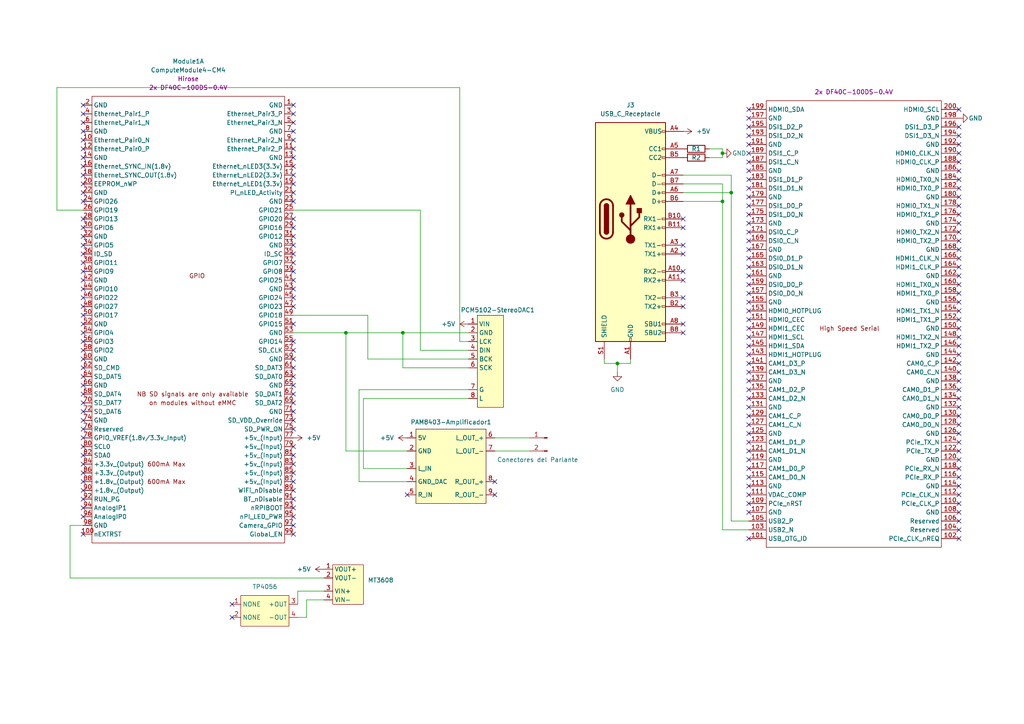
<source format=kicad_sch>
(kicad_sch (version 20250114) (generator "eeschema") (generator_version "9.0")
  (paper "A4")
  (lib_symbols
    (symbol "Connector:Conn_01x02_Pin" (pin_names (offset 1.016) (hide yes))
      (property "Value" "Conectores del Parlante" (at -1.016 2.54 0))
      (symbol "Conn_01x02_Pin_1_1"
        (rectangle (start -3.81 -3.683) (end -2.9464 -3.937) (stroke (width 0.1524)) (fill (type outline)))
        (rectangle (start -2.9464 0.127) (end -3.81 -0.127) (stroke (width 0.1524)) (fill (type outline)))
        (polyline (pts (xy -2.54 0) (xy -2.9464 0)) (stroke (width 0.1524)))
        (polyline (pts (xy -2.54 -3.81) (xy -2.9464 -3.81)) (stroke (width 0.1524)))
        (pin passive line (at 1.27 0 180) (length 3.81) (name "Pin_1") (number "2"))
        (pin passive line (at 1.27 -3.81 180) (length 3.81) (name "Pin_2") (number "1"))
      )
    )
    (symbol "Connector:USB_C_Receptacle" (pin_names (offset 1.016))
      (property "Reference" "J" (at -10.16 29.21 0))
      (property "Value" "USB_C_Receptacle" (at 10.16 29.21 0))
      (symbol "USB_C_Receptacle_0_0"
        (rectangle (start -0.254 -35.56) (end 0.254 -34.544))
        (rectangle (start 10.16 25.654) (end 9.144 25.146))
        (rectangle (start 10.16 20.574) (end 9.144 20.066))
        (rectangle (start 10.16 18.034) (end 9.144 17.526))
        (rectangle (start 10.16 12.954) (end 9.144 12.446))
        (rectangle (start 10.16 10.414) (end 9.144 9.906))
        (rectangle (start 10.16 7.874) (end 9.144 7.366))
        (rectangle (start 10.16 5.334) (end 9.144 4.826))
        (rectangle (start 10.16 0.254) (end 9.144 -0.254))
        (rectangle (start 10.16 -2.286) (end 9.144 -2.794))
        (rectangle (start 10.16 -7.366) (end 9.144 -7.874))
        (rectangle (start 10.16 -9.906) (end 9.144 -10.414))
        (rectangle (start 10.16 -14.986) (end 9.144 -15.494))
        (rectangle (start 10.16 -17.526) (end 9.144 -18.034))
        (rectangle (start 10.16 -22.606) (end 9.144 -23.114))
        (rectangle (start 10.16 -25.146) (end 9.144 -25.654))
        (rectangle (start 10.16 -30.226) (end 9.144 -30.734))
        (rectangle (start 10.16 -32.766) (end 9.144 -33.274))
      )
      (symbol "USB_C_Receptacle_0_1"
        (rectangle (start -10.16 27.94) (end 10.16 -35.56) (stroke (width 0.254)) (fill (type background)))
        (polyline (pts (xy -8.89 -3.81) (xy -8.89 3.81)) (stroke (width 0.508)))
        (rectangle (start -7.62 -3.81) (end -6.35 3.81) (stroke (width 0.254)) (fill (type outline)))
        (arc (start -7.62 3.81) (mid -6.985 4.4423) (end -6.35 3.81) (stroke (width 0.254)))
        (arc (start -7.62 3.81) (mid -6.985 4.4423) (end -6.35 3.81) (stroke (width 0.254)) (fill (type outline)))
        (arc (start -8.89 3.81) (mid -6.985 5.7067) (end -5.08 3.81) (stroke (width 0.508)))
        (arc (start -5.08 -3.81) (mid -6.985 -5.7067) (end -8.89 -3.81) (stroke (width 0.508)))
        (arc (start -6.35 -3.81) (mid -6.985 -4.4423) (end -7.62 -3.81) (stroke (width 0.254)))
        (arc (start -6.35 -3.81) (mid -6.985 -4.4423) (end -7.62 -3.81) (stroke (width 0.254)) (fill (type outline)))
        (polyline (pts (xy -5.08 3.81) (xy -5.08 -3.81)) (stroke (width 0.508)))
      )
      (symbol "USB_C_Receptacle_1_1"
        (circle (center -2.54 1.143) (radius 0.635) (stroke (width 0.254)) (fill (type outline)))
        (polyline (pts (xy -1.27 4.318) (xy 0 6.858) (xy 1.27 4.318) (xy -1.27 4.318)) (stroke (width 0.254)) (fill (type outline)))
        (polyline (pts (xy 0 -2.032) (xy 2.54 0.508) (xy 2.54 1.778)) (stroke (width 0.508)))
        (polyline (pts (xy 0 -3.302) (xy -2.54 -0.762) (xy -2.54 0.508)) (stroke (width 0.508)))
        (polyline (pts (xy 0 -5.842) (xy 0 4.318)) (stroke (width 0.508)))
        (circle (center 0 -5.842) (radius 1.27) (fill (type outline)))
        (rectangle (start 1.905 1.778) (end 3.175 3.048) (stroke (width 0.254)) (fill (type outline)))
        (pin passive line (at -7.62 -40.64 90) (length 5.08) (name "SHIELD") (number "S1"))
        (pin passive line (at 0 -40.64 90) (length 5.08) (name "GND") (number "A1"))
        (pin passive line (at 0 -40.64 90) (length 5.08) (hide yes) (name "GND") (number "A12"))
        (pin passive line (at 0 -40.64 90) (length 5.08) (hide yes) (name "GND") (number "B1"))
        (pin passive line (at 0 -40.64 90) (length 5.08) (hide yes) (name "GND") (number "B12"))
        (pin passive line (at 15.24 25.4 180) (length 5.08) (name "VBUS") (number "A4"))
        (pin passive line (at 15.24 25.4 180) (length 5.08) (hide yes) (name "VBUS") (number "A9"))
        (pin passive line (at 15.24 25.4 180) (length 5.08) (hide yes) (name "VBUS") (number "B4"))
        (pin passive line (at 15.24 25.4 180) (length 5.08) (hide yes) (name "VBUS") (number "B9"))
        (pin bidirectional line (at 15.24 20.32 180) (length 5.08) (name "CC1") (number "A5"))
        (pin bidirectional line (at 15.24 17.78 180) (length 5.08) (name "CC2") (number "B5"))
        (pin bidirectional line (at 15.24 12.7 180) (length 5.08) (name "D-") (number "A7"))
        (pin bidirectional line (at 15.24 10.16 180) (length 5.08) (name "D-") (number "B7"))
        (pin bidirectional line (at 15.24 7.62 180) (length 5.08) (name "D+") (number "A6"))
        (pin bidirectional line (at 15.24 5.08 180) (length 5.08) (name "D+") (number "B6"))
        (pin bidirectional line (at 15.24 0 180) (length 5.08) (name "RX1-") (number "B10"))
        (pin bidirectional line (at 15.24 -2.54 180) (length 5.08) (name "RX1+") (number "B11"))
        (pin bidirectional line (at 15.24 -7.62 180) (length 5.08) (name "TX1-") (number "A3"))
        (pin bidirectional line (at 15.24 -10.16 180) (length 5.08) (name "TX1+") (number "A2"))
        (pin bidirectional line (at 15.24 -15.24 180) (length 5.08) (name "RX2-") (number "A10"))
        (pin bidirectional line (at 15.24 -17.78 180) (length 5.08) (name "RX2+") (number "A11"))
        (pin bidirectional line (at 15.24 -22.86 180) (length 5.08) (name "TX2-") (number "B3"))
        (pin bidirectional line (at 15.24 -25.4 180) (length 5.08) (name "TX2+") (number "B2"))
        (pin bidirectional line (at 15.24 -30.48 180) (length 5.08) (name "SBU1") (number "A8"))
        (pin bidirectional line (at 15.24 -33.02 180) (length 5.08) (name "SBU2") (number "B8"))
      )
    )
    (symbol "Device:R" (pin_numbers (hide yes)) (pin_names (offset 0))
      (property "Reference" "R" (at 2.032 0 90))
      (property "Value" "R" (at 0 0 90))
      (symbol "R_0_1"
        (rectangle (start -1.016 -2.54) (end 1.016 2.54) (stroke (width 0.254)))
      )
      (symbol "R_1_1"
        (pin passive line (at 0 3.81 270) (length 1.27) (name "~") (number "1"))
        (pin passive line (at 0 -3.81 90) (length 1.27) (name "~") (number "2"))
      )
    )
    (symbol "MT3608-Step_Up:MT3608"
      (property "Reference" "MT3608" (at 6.35 -6.9849 0))
      (symbol "MT3608_1_1"
        (rectangle (start -3.81 -2.54) (end 5.08 -13.97) (fill (type background)))
        (pin power_out line (at -6.35 -3.81 0) (length 2.54) (name "VOUT+") (number "1"))
        (pin power_out line (at -6.35 -6.35 0) (length 2.54) (name "VOUT-") (number "2"))
        (pin power_in line (at -6.35 -10.16 0) (length 2.54) (name "VIN+") (number "3"))
        (pin power_in line (at -6.35 -12.7 0) (length 2.54) (name "VIN-") (number "4"))
      )
    )
    (symbol "PAM8403:PAM8403_Amplifier"
      (property "Reference" "AMPL" (at -45.72 42.672 0))
      (symbol "PAM8403_Amplifier_1_1"
        (rectangle (start -55.88 40.64) (end -35.56 19.05) (stroke (width 0) (color 82 0 0 1)) (fill (type background)))
        (pin power_in line (at -58.42 38.1 0) (length 2.54) (name "5V") (number "1"))
        (pin power_in line (at -58.42 34.29 0) (length 2.54) (name "GND") (number "2"))
        (pin input line (at -58.42 29.21 0) (length 2.54) (name "L_IN") (number "3"))
        (pin power_in line (at -58.42 25.4 0) (length 2.54) (name "GND_DAC") (number "4"))
        (pin input line (at -58.42 21.59 0) (length 2.54) (name "R_IN") (number "5"))
        (pin output line (at -33.02 38.1 180) (length 2.54) (name "L_OUT_+") (number "6"))
        (pin output line (at -33.02 34.29 180) (length 2.54) (name "L_OUT_-") (number "7"))
        (pin output line (at -33.02 25.4 180) (length 2.54) (name "R_OUT_+") (number "8"))
        (pin output line (at -33.02 21.59 180) (length 2.54) (name "R_OUT_-") (number "9"))
      )
    )
    (symbol "PCM5102:PCM5102_DAC"
      (property "Reference" "PCM5102-StereoDAC1" (at 28.194 -9.906 0))
      (symbol "PCM5102_DAC_1_1"
        (rectangle (start 33.02 -11.43) (end 40.64 -38.1) (stroke (width 0) (color 92 7 9 1)) (fill (type background)))
        (pin power_in line (at 30.48 -13.97 0) (length 2.54) (name "VIN") (number "1"))
        (pin power_in line (at 30.48 -16.51 0) (length 2.54) (name "GND") (number "2"))
        (pin input line (at 30.48 -19.05 0) (length 2.54) (name "LCK") (number "3"))
        (pin input line (at 30.48 -21.59 0) (length 2.54) (name "DIN") (number "4"))
        (pin input line (at 30.48 -24.13 0) (length 2.54) (name "BCK") (number "5"))
        (pin input line (at 30.48 -26.67 0) (length 2.54) (name "SCK") (number "6"))
        (pin input line (at 30.48 -33.02 0) (length 2.54) (name "G") (number "7"))
        (pin input line (at 30.48 -35.56 0) (length 2.54) (name "L") (number "8"))
      )
    )
    (symbol "Raspberry Compute Modele 4:ComputeModule4-CM4"
      (property "Reference" "Module" (at 113.03 -68.58 0))
      (property "Value" "ComputeModule4-CM4" (at 140.97 2.54 0))
      (property "Field4" "Hirose" (at 0 0 0))
      (property "Field5" "2x DF40C-100DS-0.4V" (at 0 -2.54 0))
      (symbol "ComputeModule4-CM4_1_0"
        (text "GPIO" (at 0 6.35 0) (effects (font (size 1.27 1.27))))
      )
      (symbol "ComputeModule4-CM4_1_1"
        (rectangle (start -30.48 -71.12) (end 25.4 58.42))
        (text "600mA Max" (at -8.89 -48.26 0) (effects (font (size 1.27 1.27))))
        (text "600mA Max" (at -8.89 -53.34 0) (effects (font (size 1.27 1.27))))
        (text "NB SD signals are only available" (at -1.27 -27.94 0) (effects (font (size 1.27 1.27))))
        (text "on modules without eMMC" (at -1.27 -30.48 0) (effects (font (size 1.27 1.27))))
        (pin power_in line (at -33.02 55.88 0) (length 2.54) (name "GND") (number "2"))
        (pin passive line (at -33.02 53.34 0) (length 2.54) (name "Ethernet_Pair1_P") (number "4"))
        (pin passive line (at -33.02 50.8 0) (length 2.54) (name "Ethernet_Pair1_N") (number "6"))
        (pin power_in line (at -33.02 48.26 0) (length 2.54) (name "GND") (number "8"))
        (pin passive line (at -33.02 45.72 0) (length 2.54) (name "Ethernet_Pair0_N") (number "10"))
        (pin passive line (at -33.02 43.18 0) (length 2.54) (name "Ethernet_Pair0_P") (number "12"))
        (pin power_in line (at -33.02 40.64 0) (length 2.54) (name "GND") (number "14"))
        (pin input line (at -33.02 38.1 0) (length 2.54) (name "Ethernet_SYNC_IN(1.8v)") (number "16"))
        (pin input line (at -33.02 35.56 0) (length 2.54) (name "Ethernet_SYNC_OUT(1.8v)") (number "18"))
        (pin passive line (at -33.02 33.02 0) (length 2.54) (name "EEPROM_nWP") (number "20"))
        (pin power_in line (at -33.02 30.48 0) (length 2.54) (name "GND") (number "22"))
        (pin passive line (at -33.02 27.94 0) (length 2.54) (name "GPIO26") (number "24"))
        (pin passive line (at -33.02 25.4 0) (length 2.54) (name "GPIO19") (number "26"))
        (pin passive line (at -33.02 22.86 0) (length 2.54) (name "GPIO13") (number "28"))
        (pin passive line (at -33.02 20.32 0) (length 2.54) (name "GPIO6") (number "30"))
        (pin power_in line (at -33.02 17.78 0) (length 2.54) (name "GND") (number "32"))
        (pin passive line (at -33.02 15.24 0) (length 2.54) (name "GPIO5") (number "34"))
        (pin passive line (at -33.02 12.7 0) (length 2.54) (name "ID_SD") (number "36"))
        (pin passive line (at -33.02 10.16 0) (length 2.54) (name "GPIO11") (number "38"))
        (pin passive line (at -33.02 7.62 0) (length 2.54) (name "GPIO9") (number "40"))
        (pin power_in line (at -33.02 5.08 0) (length 2.54) (name "GND") (number "42"))
        (pin passive line (at -33.02 2.54 0) (length 2.54) (name "GPIO10") (number "44"))
        (pin passive line (at -33.02 0 0) (length 2.54) (name "GPIO22") (number "46"))
        (pin passive line (at -33.02 -2.54 0) (length 2.54) (name "GPIO27") (number "48"))
        (pin passive line (at -33.02 -5.08 0) (length 2.54) (name "GPIO17") (number "50"))
        (pin power_in line (at -33.02 -7.62 0) (length 2.54) (name "GND") (number "52"))
        (pin passive line (at -33.02 -10.16 0) (length 2.54) (name "GPIO4") (number "54"))
        (pin passive line (at -33.02 -12.7 0) (length 2.54) (name "GPIO3") (number "56"))
        (pin passive line (at -33.02 -15.24 0) (length 2.54) (name "GPIO2") (number "58"))
        (pin power_in line (at -33.02 -17.78 0) (length 2.54) (name "GND") (number "60"))
        (pin passive line (at -33.02 -20.32 0) (length 2.54) (name "SD_CMD") (number "62"))
        (pin passive line (at -33.02 -22.86 0) (length 2.54) (name "SD_DAT5") (number "64"))
        (pin power_in line (at -33.02 -25.4 0) (length 2.54) (name "GND") (number "66"))
        (pin passive line (at -33.02 -27.94 0) (length 2.54) (name "SD_DAT4") (number "68"))
        (pin passive line (at -33.02 -30.48 0) (length 2.54) (name "SD_DAT7") (number "70"))
        (pin passive line (at -33.02 -33.02 0) (length 2.54) (name "SD_DAT6") (number "72"))
        (pin power_in line (at -33.02 -35.56 0) (length 2.54) (name "GND") (number "74"))
        (pin passive line (at -33.02 -38.1 0) (length 2.54) (name "Reserved") (number "76"))
        (pin power_in line (at -33.02 -40.64 0) (length 2.54) (name "GPIO_VREF(1.8v/3.3v_Input)") (number "78"))
        (pin passive line (at -33.02 -43.18 0) (length 2.54) (name "SCL0") (number "80"))
        (pin passive line (at -33.02 -45.72 0) (length 2.54) (name "SDA0") (number "82"))
        (pin power_out line (at -33.02 -48.26 0) (length 2.54) (name "+3.3v_(Output)") (number "84"))
        (pin power_out line (at -33.02 -50.8 0) (length 2.54) (name "+3.3v_(Output)") (number "86"))
        (pin power_out line (at -33.02 -53.34 0) (length 2.54) (name "+1.8v_(Output)") (number "88"))
        (pin power_out line (at -33.02 -55.88 0) (length 2.54) (name "+1.8v_(Output)") (number "90"))
        (pin passive line (at -33.02 -58.42 0) (length 2.54) (name "RUN_PG") (number "92"))
        (pin passive line (at -33.02 -60.96 0) (length 2.54) (name "AnalogIP1") (number "94"))
        (pin passive line (at -33.02 -63.5 0) (length 2.54) (name "AnalogIP0") (number "96"))
        (pin power_in line (at -33.02 -66.04 0) (length 2.54) (name "GND") (number "98"))
        (pin output line (at -33.02 -68.58 0) (length 2.54) (name "nEXTRST") (number "100"))
        (pin power_in line (at 27.94 55.88 180) (length 2.54) (name "GND") (number "1"))
        (pin passive line (at 27.94 53.34 180) (length 2.54) (name "Ethernet_Pair3_P") (number "3"))
        (pin passive line (at 27.94 50.8 180) (length 2.54) (name "Ethernet_Pair3_N") (number "5"))
        (pin power_in line (at 27.94 48.26 180) (length 2.54) (name "GND") (number "7"))
        (pin passive line (at 27.94 45.72 180) (length 2.54) (name "Ethernet_Pair2_N") (number "9"))
        (pin passive line (at 27.94 43.18 180) (length 2.54) (name "Ethernet_Pair2_P") (number "11"))
        (pin power_in line (at 27.94 40.64 180) (length 2.54) (name "GND") (number "13"))
        (pin output line (at 27.94 38.1 180) (length 2.54) (name "Ethernet_nLED3(3.3v)") (number "15"))
        (pin output line (at 27.94 35.56 180) (length 2.54) (name "Ethernet_nLED2(3.3v)") (number "17"))
        (pin output line (at 27.94 33.02 180) (length 2.54) (name "Ethernet_nLED1(3.3v)") (number "19"))
        (pin open_collector line (at 27.94 30.48 180) (length 2.54) (name "PI_nLED_Activity") (number "21"))
        (pin power_in line (at 27.94 27.94 180) (length 2.54) (name "GND") (number "23"))
        (pin passive line (at 27.94 25.4 180) (length 2.54) (name "GPIO21") (number "25"))
        (pin passive line (at 27.94 22.86 180) (length 2.54) (name "GPIO20") (number "27"))
        (pin passive line (at 27.94 20.32 180) (length 2.54) (name "GPIO16") (number "29"))
        (pin passive line (at 27.94 17.78 180) (length 2.54) (name "GPIO12") (number "31"))
        (pin power_in line (at 27.94 15.24 180) (length 2.54) (name "GND") (number "33"))
        (pin passive line (at 27.94 12.7 180) (length 2.54) (name "ID_SC") (number "35"))
        (pin passive line (at 27.94 10.16 180) (length 2.54) (name "GPIO7") (number "37"))
        (pin passive line (at 27.94 7.62 180) (length 2.54) (name "GPIO8") (number "39"))
        (pin passive line (at 27.94 5.08 180) (length 2.54) (name "GPIO25") (number "41"))
        (pin power_in line (at 27.94 2.54 180) (length 2.54) (name "GND") (number "43"))
        (pin passive line (at 27.94 0 180) (length 2.54) (name "GPIO24") (number "45"))
        (pin passive line (at 27.94 -2.54 180) (length 2.54) (name "GPIO23") (number "47"))
        (pin passive line (at 27.94 -5.08 180) (length 2.54) (name "GPIO18") (number "49"))
        (pin passive line (at 27.94 -7.62 180) (length 2.54) (name "GPIO15") (number "51"))
        (pin power_in line (at 27.94 -10.16 180) (length 2.54) (name "GND") (number "53"))
        (pin passive line (at 27.94 -12.7 180) (length 2.54) (name "GPIO14") (number "55"))
        (pin passive line (at 27.94 -15.24 180) (length 2.54) (name "SD_CLK") (number "57"))
        (pin power_in line (at 27.94 -17.78 180) (length 2.54) (name "GND") (number "59"))
        (pin passive line (at 27.94 -20.32 180) (length 2.54) (name "SD_DAT3") (number "61"))
        (pin passive line (at 27.94 -22.86 180) (length 2.54) (name "SD_DAT0") (number "63"))
        (pin power_in line (at 27.94 -25.4 180) (length 2.54) (name "GND") (number "65"))
        (pin passive line (at 27.94 -27.94 180) (length 2.54) (name "SD_DAT1") (number "67"))
        (pin passive line (at 27.94 -30.48 180) (length 2.54) (name "SD_DAT2") (number "69"))
        (pin power_in line (at 27.94 -33.02 180) (length 2.54) (name "GND") (number "71"))
        (pin input line (at 27.94 -35.56 180) (length 2.54) (name "SD_VDD_Override") (number "73"))
        (pin output line (at 27.94 -38.1 180) (length 2.54) (name "SD_PWR_ON") (number "75"))
        (pin power_in line (at 27.94 -40.64 180) (length 2.54) (name "+5v_(Input)") (number "77"))
        (pin power_in line (at 27.94 -43.18 180) (length 2.54) (name "+5v_(Input)") (number "79"))
        (pin power_in line (at 27.94 -45.72 180) (length 2.54) (name "+5v_(Input)") (number "81"))
        (pin power_in line (at 27.94 -48.26 180) (length 2.54) (name "+5v_(Input)") (number "83"))
        (pin power_in line (at 27.94 -50.8 180) (length 2.54) (name "+5v_(Input)") (number "85"))
        (pin power_in line (at 27.94 -53.34 180) (length 2.54) (name "+5v_(Input)") (number "87"))
        (pin power_in line (at 27.94 -55.88 180) (length 2.54) (name "WiFi_nDisable") (number "89"))
        (pin power_in line (at 27.94 -58.42 180) (length 2.54) (name "BT_nDisable") (number "91"))
        (pin input line (at 27.94 -60.96 180) (length 2.54) (name "nRPIBOOT") (number "93"))
        (pin output line (at 27.94 -63.5 180) (length 2.54) (name "nPI_LED_PWR") (number "95"))
        (pin passive line (at 27.94 -66.04 180) (length 2.54) (name "Camera_GPIO") (number "97"))
        (pin input line (at 27.94 -68.58 180) (length 2.54) (name "Global_EN") (number "99"))
      )
      (symbol "ComputeModule4-CM4_2_1"
        (rectangle (start 114.3 -66.04) (end 165.1 63.5))
        (text "High Speed Serial" (at 140.97 0 0) (effects (font (size 1.27 1.27))))
        (pin input line (at 109.22 60.96 0) (length 5.08) (name "PCIe_CLK_nREQ") (number "102"))
        (pin passive line (at 109.22 58.42 0) (length 5.08) (name "Reserved") (number "104"))
        (pin passive line (at 109.22 55.88 0) (length 5.08) (name "Reserved") (number "106"))
        (pin power_in line (at 109.22 53.34 0) (length 5.08) (name "GND") (number "108"))
        (pin output line (at 109.22 50.8 0) (length 5.08) (name "PCIe_CLK_P") (number "110"))
        (pin output line (at 109.22 48.26 0) (length 5.08) (name "PCIe_CLK_N") (number "112"))
        (pin power_in line (at 109.22 45.72 0) (length 5.08) (name "GND") (number "114"))
        (pin input line (at 109.22 43.18 0) (length 5.08) (name "PCIe_RX_P") (number "116"))
        (pin input line (at 109.22 40.64 0) (length 5.08) (name "PCIe_RX_N") (number "118"))
        (pin power_in line (at 109.22 38.1 0) (length 5.08) (name "GND") (number "120"))
        (pin output line (at 109.22 35.56 0) (length 5.08) (name "PCIe_TX_P") (number "122"))
        (pin output line (at 109.22 33.02 0) (length 5.08) (name "PCIe_TX_N") (number "124"))
        (pin power_in line (at 109.22 30.48 0) (length 5.08) (name "GND") (number "126"))
        (pin input line (at 109.22 27.94 0) (length 5.08) (name "CAM0_D0_N") (number "128"))
        (pin input line (at 109.22 25.4 0) (length 5.08) (name "CAM0_D0_P") (number "130"))
        (pin power_in line (at 109.22 22.86 0) (length 5.08) (name "GND") (number "132"))
        (pin input line (at 109.22 20.32 0) (length 5.08) (name "CAM0_D1_N") (number "134"))
        (pin input line (at 109.22 17.78 0) (length 5.08) (name "CAM0_D1_P") (number "136"))
        (pin power_in line (at 109.22 15.24 0) (length 5.08) (name "GND") (number "138"))
        (pin input line (at 109.22 12.7 0) (length 5.08) (name "CAM0_C_N") (number "140"))
        (pin input line (at 109.22 10.16 0) (length 5.08) (name "CAM0_C_P") (number "142"))
        (pin power_in line (at 109.22 7.62 0) (length 5.08) (name "GND") (number "144"))
        (pin output line (at 109.22 5.08 0) (length 5.08) (name "HDMI1_TX2_P") (number "146"))
        (pin output line (at 109.22 2.54 0) (length 5.08) (name "HDMI1_TX2_N") (number "148"))
        (pin power_in line (at 109.22 0 0) (length 5.08) (name "GND") (number "150"))
        (pin output line (at 109.22 -2.54 0) (length 5.08) (name "HDMI1_TX1_P") (number "152"))
        (pin output line (at 109.22 -5.08 0) (length 5.08) (name "HDMI1_TX1_N") (number "154"))
        (pin power_in line (at 109.22 -7.62 0) (length 5.08) (name "GND") (number "156"))
        (pin output line (at 109.22 -10.16 0) (length 5.08) (name "HDMI1_TX0_P") (number "158"))
        (pin output line (at 109.22 -12.7 0) (length 5.08) (name "HDMI1_TX0_N") (number "160"))
        (pin power_in line (at 109.22 -15.24 0) (length 5.08) (name "GND") (number "162"))
        (pin output line (at 109.22 -17.78 0) (length 5.08) (name "HDMI1_CLK_P") (number "164"))
        (pin output line (at 109.22 -20.32 0) (length 5.08) (name "HDMI1_CLK_N") (number "166"))
        (pin power_in line (at 109.22 -22.86 0) (length 5.08) (name "GND") (number "168"))
        (pin output line (at 109.22 -25.4 0) (length 5.08) (name "HDMI0_TX2_P") (number "170"))
        (pin output line (at 109.22 -27.94 0) (length 5.08) (name "HDMI0_TX2_N") (number "172"))
        (pin power_in line (at 109.22 -30.48 0) (length 5.08) (name "GND") (number "174"))
        (pin output line (at 109.22 -33.02 0) (length 5.08) (name "HDMI0_TX1_P") (number "176"))
        (pin output line (at 109.22 -35.56 0) (length 5.08) (name "HDMI0_TX1_N") (number "178"))
        (pin power_in line (at 109.22 -38.1 0) (length 5.08) (name "GND") (number "180"))
        (pin output line (at 109.22 -40.64 0) (length 5.08) (name "HDMI0_TX0_P") (number "182"))
        (pin output line (at 109.22 -43.18 0) (length 5.08) (name "HDMI0_TX0_N") (number "184"))
        (pin power_in line (at 109.22 -45.72 0) (length 5.08) (name "GND") (number "186"))
        (pin output line (at 109.22 -48.26 0) (length 5.08) (name "HDMI0_CLK_P") (number "188"))
        (pin output line (at 109.22 -50.8 0) (length 5.08) (name "HDMI0_CLK_N") (number "190"))
        (pin power_in line (at 109.22 -53.34 0) (length 5.08) (name "GND") (number "192"))
        (pin output line (at 109.22 -55.88 0) (length 5.08) (name "DSI1_D3_N") (number "194"))
        (pin output line (at 109.22 -58.42 0) (length 5.08) (name "DSI1_D3_P") (number "196"))
        (pin power_in line (at 109.22 -60.96 0) (length 5.08) (name "GND") (number "198"))
        (pin open_collector line (at 109.22 -63.5 0) (length 5.08) (name "HDMI0_SCL") (number "200"))
        (pin input line (at 170.18 60.96 180) (length 5.08) (name "USB_OTG_ID") (number "101"))
        (pin passive line (at 170.18 58.42 180) (length 5.08) (name "USB2_N") (number "103"))
        (pin passive line (at 170.18 55.88 180) (length 5.08) (name "USB2_P") (number "105"))
        (pin power_in line (at 170.18 53.34 180) (length 5.08) (name "GND") (number "107"))
        (pin bidirectional line (at 170.18 50.8 180) (length 5.08) (name "PCIe_nRST") (number "109"))
        (pin passive line (at 170.18 48.26 180) (length 5.08) (name "VDAC_COMP") (number "111"))
        (pin power_in line (at 170.18 45.72 180) (length 5.08) (name "GND") (number "113"))
        (pin input line (at 170.18 43.18 180) (length 5.08) (name "CAM1_D0_N") (number "115"))
        (pin input line (at 170.18 40.64 180) (length 5.08) (name "CAM1_D0_P") (number "117"))
        (pin power_in line (at 170.18 38.1 180) (length 5.08) (name "GND") (number "119"))
        (pin input line (at 170.18 35.56 180) (length 5.08) (name "CAM1_D1_N") (number "121"))
        (pin input line (at 170.18 33.02 180) (length 5.08) (name "CAM1_D1_P") (number "123"))
        (pin power_in line (at 170.18 30.48 180) (length 5.08) (name "GND") (number "125"))
        (pin input line (at 170.18 27.94 180) (length 5.08) (name "CAM1_C_N") (number "127"))
        (pin input line (at 170.18 25.4 180) (length 5.08) (name "CAM1_C_P") (number "129"))
        (pin power_in line (at 170.18 22.86 180) (length 5.08) (name "GND") (number "131"))
        (pin input line (at 170.18 20.32 180) (length 5.08) (name "CAM1_D2_N") (number "133"))
        (pin input line (at 170.18 17.78 180) (length 5.08) (name "CAM1_D2_P") (number "135"))
        (pin power_in line (at 170.18 15.24 180) (length 5.08) (name "GND") (number "137"))
        (pin input line (at 170.18 12.7 180) (length 5.08) (name "CAM1_D3_N") (number "139"))
        (pin input line (at 170.18 10.16 180) (length 5.08) (name "CAM1_D3_P") (number "141"))
        (pin input line (at 170.18 7.62 180) (length 5.08) (name "HDMI1_HOTPLUG") (number "143"))
        (pin bidirectional line (at 170.18 5.08 180) (length 5.08) (name "HDMI1_SDA") (number "145"))
        (pin open_collector line (at 170.18 2.54 180) (length 5.08) (name "HDMI1_SCL") (number "147"))
        (pin open_collector line (at 170.18 0 180) (length 5.08) (name "HDMI1_CEC") (number "149"))
        (pin open_collector line (at 170.18 -2.54 180) (length 5.08) (name "HDMI0_CEC") (number "151"))
        (pin input line (at 170.18 -5.08 180) (length 5.08) (name "HDMI0_HOTPLUG") (number "153"))
        (pin power_in line (at 170.18 -7.62 180) (length 5.08) (name "GND") (number "155"))
        (pin output line (at 170.18 -10.16 180) (length 5.08) (name "DSI0_D0_N") (number "157"))
        (pin output line (at 170.18 -12.7 180) (length 5.08) (name "DSI0_D0_P") (number "159"))
        (pin power_in line (at 170.18 -15.24 180) (length 5.08) (name "GND") (number "161"))
        (pin output line (at 170.18 -17.78 180) (length 5.08) (name "DSI0_D1_N") (number "163"))
        (pin output line (at 170.18 -20.32 180) (length 5.08) (name "DSI0_D1_P") (number "165"))
        (pin power_in line (at 170.18 -22.86 180) (length 5.08) (name "GND") (number "167"))
        (pin output line (at 170.18 -25.4 180) (length 5.08) (name "DSI0_C_N") (number "169"))
        (pin output line (at 170.18 -27.94 180) (length 5.08) (name "DSI0_C_P") (number "171"))
        (pin power_in line (at 170.18 -30.48 180) (length 5.08) (name "GND") (number "173"))
        (pin output line (at 170.18 -33.02 180) (length 5.08) (name "DSI1_D0_N") (number "175"))
        (pin output line (at 170.18 -35.56 180) (length 5.08) (name "DSI1_D0_P") (number "177"))
        (pin power_in line (at 170.18 -38.1 180) (length 5.08) (name "GND") (number "179"))
        (pin output line (at 170.18 -40.64 180) (length 5.08) (name "DSI1_D1_N") (number "181"))
        (pin output line (at 170.18 -43.18 180) (length 5.08) (name "DSI1_D1_P") (number "183"))
        (pin power_in line (at 170.18 -45.72 180) (length 5.08) (name "GND") (number "185"))
        (pin output line (at 170.18 -48.26 180) (length 5.08) (name "DSI1_C_N") (number "187"))
        (pin output line (at 170.18 -50.8 180) (length 5.08) (name "DSI1_C_P") (number "189"))
        (pin power_in line (at 170.18 -53.34 180) (length 5.08) (name "GND") (number "191"))
        (pin output line (at 170.18 -55.88 180) (length 5.08) (name "DSI1_D2_N") (number "193"))
        (pin output line (at 170.18 -58.42 180) (length 5.08) (name "DSI1_D2_P") (number "195"))
        (pin power_in line (at 170.18 -60.96 180) (length 5.08) (name "GND") (number "197"))
        (pin bidirectional line (at 170.18 -63.5 180) (length 5.08) (name "HDMI0_SDA") (number "199"))
      )
    )
    (symbol "TP4056:TP4056"
      (property "Value" "TP4056" (at 1.905 -11.43 0))
      (symbol "TP4056_1_1"
        (rectangle (start -5.08 0) (end 8.89 -8.89) (fill (type color) (color 255 255 194 1)))
        (pin power_out line (at -7.62 -2.54 0) (length 2.54) (name "-OUT") (number "4"))
        (pin power_out line (at -7.62 -6.35 0) (length 2.54) (name "+OUT") (number "3"))
        (pin input line (at 11.43 -2.54 180) (length 2.54) (name "NONE") (number "2"))
        (pin input line (at 11.43 -6.35 180) (length 2.54) (name "NONE") (number "1"))
      )
    )
    (symbol "power:+5V" (power) (pin_numbers (hide yes)) (pin_names (offset 0) (hide yes))
      (property "Value" "+5V" (at 0 3.556 0))
      (symbol "+5V_0_1"
        (polyline (pts (xy -0.762 1.27) (xy 0 2.54)))
        (polyline (pts (xy 0 2.54) (xy 0.762 1.27)))
        (polyline (pts (xy 0 0) (xy 0 2.54)))
      )
      (symbol "+5V_1_1"
        (pin power_in line (at 0 0 90) (length 0) (name "~") (number "1"))
      )
    )
    (symbol "power:GND" (power) (pin_numbers (hide yes)) (pin_names (offset 0) (hide yes))
      (property "Value" "GND" (at 0 -3.81 0))
      (symbol "GND_0_1"
        (polyline (pts (xy 0 0) (xy 0 -1.27) (xy 1.27 -1.27) (xy 0 -2.54) (xy -1.27 -1.27) (xy 0 -1.27)))
      )
      (symbol "GND_1_1"
        (pin power_in line (at 0 0 270) (length 0) (name "~") (number "1"))
      )
    )
  )
  (junction (at 209.55 58.42))
  (junction (at 100.33 96.52))
  (junction (at 179.07 105.41))
  (junction (at 116.84 96.52))
  (junction (at 212.09 55.88))
  (junction (at 209.55 44.45))
  (no_connect (at 198.12 78.74))
  (no_connect (at 24.13 104.14))
  (no_connect (at 24.13 55.88))
  (no_connect (at 278.13 140.97))
  (no_connect (at 217.17 31.75))
  (no_connect (at 278.13 31.75))
  (no_connect (at 85.09 142.24))
  (no_connect (at 85.09 139.7))
  (no_connect (at 278.13 85.09))
  (no_connect (at 217.17 34.29))
  (no_connect (at 278.13 153.67))
  (no_connect (at 85.09 55.88))
  (no_connect (at 85.09 152.4))
  (no_connect (at 24.13 50.8))
  (no_connect (at 85.09 78.74))
  (no_connect (at 217.17 125.73))
  (no_connect (at 278.13 69.85))
  (no_connect (at 85.09 50.8))
  (no_connect (at 278.13 54.61))
  (no_connect (at 278.13 138.43))
  (no_connect (at 278.13 120.65))
  (no_connect (at 217.17 143.51))
  (no_connect (at 24.13 129.54))
  (no_connect (at 24.13 71.12))
  (no_connect (at 85.09 86.36))
  (no_connect (at 24.13 154.94))
  (no_connect (at 85.09 40.64))
  (no_connect (at 85.09 147.32))
  (no_connect (at 278.13 146.05))
  (no_connect (at 85.09 83.82))
  (no_connect (at 85.09 134.62))
  (no_connect (at 85.09 33.02))
  (no_connect (at 85.09 48.26))
  (no_connect (at 217.17 120.65))
  (no_connect (at 278.13 80.01))
  (no_connect (at 143.51 143.51))
  (no_connect (at 85.09 121.92))
  (no_connect (at 217.17 135.89))
  (no_connect (at 278.13 72.39))
  (no_connect (at 278.13 64.77))
  (no_connect (at 278.13 123.19))
  (no_connect (at 217.17 92.71))
  (no_connect (at 24.13 134.62))
  (no_connect (at 24.13 53.34))
  (no_connect (at 217.17 72.39))
  (no_connect (at 85.09 45.72))
  (no_connect (at 24.13 45.72))
  (no_connect (at 278.13 57.15))
  (no_connect (at 217.17 90.17))
  (no_connect (at 198.12 63.5))
  (no_connect (at 217.17 113.03))
  (no_connect (at 24.13 40.64))
  (no_connect (at 24.13 73.66))
  (no_connect (at 24.13 109.22))
  (no_connect (at 198.12 73.66))
  (no_connect (at 278.13 59.69))
  (no_connect (at 85.09 114.3))
  (no_connect (at 85.09 109.22))
  (no_connect (at 217.17 140.97))
  (no_connect (at 85.09 35.56))
  (no_connect (at 278.13 125.73))
  (no_connect (at 24.13 142.24))
  (no_connect (at 198.12 93.98))
  (no_connect (at 85.09 124.46))
  (no_connect (at 198.12 81.28))
  (no_connect (at 217.17 44.45))
  (no_connect (at 85.09 93.98))
  (no_connect (at 278.13 49.53))
  (no_connect (at 24.13 58.42))
  (no_connect (at 24.13 132.08))
  (no_connect (at 24.13 63.5))
  (no_connect (at 278.13 110.49))
  (no_connect (at 67.31 179.07))
  (no_connect (at 24.13 30.48))
  (no_connect (at 217.17 36.83))
  (no_connect (at 278.13 105.41))
  (no_connect (at 24.13 101.6))
  (no_connect (at 217.17 118.11))
  (no_connect (at 24.13 81.28))
  (no_connect (at 217.17 148.59))
  (no_connect (at 217.17 64.77))
  (no_connect (at 85.09 149.86))
  (no_connect (at 24.13 35.56))
  (no_connect (at 198.12 88.9))
  (no_connect (at 278.13 107.95))
  (no_connect (at 85.09 38.1))
  (no_connect (at 24.13 66.04))
  (no_connect (at 85.09 81.28))
  (no_connect (at 278.13 100.33))
  (no_connect (at 217.17 69.85))
  (no_connect (at 118.11 143.51))
  (no_connect (at 278.13 39.37))
  (no_connect (at 85.09 106.68))
  (no_connect (at 24.13 78.74))
  (no_connect (at 278.13 46.99))
  (no_connect (at 278.13 143.51))
  (no_connect (at 24.13 86.36))
  (no_connect (at 217.17 100.33))
  (no_connect (at 85.09 53.34))
  (no_connect (at 24.13 121.92))
  (no_connect (at 85.09 66.04))
  (no_connect (at 217.17 107.95))
  (no_connect (at 85.09 88.9))
  (no_connect (at 278.13 135.89))
  (no_connect (at 217.17 156.21))
  (no_connect (at 24.13 149.86))
  (no_connect (at 217.17 97.79))
  (no_connect (at 217.17 102.87))
  (no_connect (at 217.17 46.99))
  (no_connect (at 85.09 154.94))
  (no_connect (at 217.17 128.27))
  (no_connect (at 278.13 95.25))
  (no_connect (at 217.17 80.01))
  (no_connect (at 85.09 43.18))
  (no_connect (at 278.13 156.21))
  (no_connect (at 217.17 54.61))
  (no_connect (at 85.09 116.84))
  (no_connect (at 85.09 101.6))
  (no_connect (at 217.17 130.81))
  (no_connect (at 217.17 85.09))
  (no_connect (at 278.13 74.93))
  (no_connect (at 24.13 48.26))
  (no_connect (at 24.13 119.38))
  (no_connect (at 24.13 114.3))
  (no_connect (at 143.51 139.7))
  (no_connect (at 217.17 133.35))
  (no_connect (at 217.17 57.15))
  (no_connect (at 278.13 128.27))
  (no_connect (at 278.13 52.07))
  (no_connect (at 85.09 30.48))
  (no_connect (at 278.13 115.57))
  (no_connect (at 24.13 93.98))
  (no_connect (at 198.12 71.12))
  (no_connect (at 278.13 44.45))
  (no_connect (at 85.09 73.66))
  (no_connect (at 217.17 74.93))
  (no_connect (at 217.17 49.53))
  (no_connect (at 67.31 175.26))
  (no_connect (at 217.17 41.91))
  (no_connect (at 85.09 71.12))
  (no_connect (at 217.17 59.69))
  (no_connect (at 217.17 110.49))
  (no_connect (at 24.13 147.32))
  (no_connect (at 198.12 86.36))
  (no_connect (at 24.13 124.46))
  (no_connect (at 85.09 99.06))
  (no_connect (at 217.17 77.47))
  (no_connect (at 198.12 66.04))
  (no_connect (at 217.17 95.25))
  (no_connect (at 85.09 104.14))
  (no_connect (at 278.13 41.91))
  (no_connect (at 278.13 102.87))
  (no_connect (at 278.13 130.81))
  (no_connect (at 217.17 87.63))
  (no_connect (at 85.09 129.54))
  (no_connect (at 278.13 148.59))
  (no_connect (at 278.13 82.55))
  (no_connect (at 24.13 96.52))
  (no_connect (at 24.13 76.2))
  (no_connect (at 85.09 132.08))
  (no_connect (at 85.09 119.38))
  (no_connect (at 217.17 62.23))
  (no_connect (at 278.13 77.47))
  (no_connect (at 24.13 68.58))
  (no_connect (at 24.13 83.82))
  (no_connect (at 217.17 146.05))
  (no_connect (at 24.13 111.76))
  (no_connect (at 24.13 88.9))
  (no_connect (at 85.09 58.42))
  (no_connect (at 24.13 139.7))
  (no_connect (at 278.13 90.17))
  (no_connect (at 278.13 67.31))
  (no_connect (at 278.13 113.03))
  (no_connect (at 278.13 133.35))
  (no_connect (at 24.13 116.84))
  (no_connect (at 85.09 63.5))
  (no_connect (at 278.13 92.71))
  (no_connect (at 85.09 137.16))
  (no_connect (at 278.13 87.63))
  (no_connect (at 217.17 115.57))
  (no_connect (at 85.09 144.78))
  (no_connect (at 24.13 137.16))
  (no_connect (at 24.13 106.68))
  (no_connect (at 24.13 43.18))
  (no_connect (at 278.13 97.79))
  (no_connect (at 217.17 52.07))
  (no_connect (at 217.17 138.43))
  (no_connect (at 217.17 82.55))
  (no_connect (at 278.13 36.83))
  (no_connect (at 217.17 39.37))
  (no_connect (at 24.13 144.78))
  (no_connect (at 85.09 111.76))
  (no_connect (at 278.13 62.23))
  (no_connect (at 278.13 151.13))
  (no_connect (at 85.09 76.2))
  (no_connect (at 217.17 67.31))
  (no_connect (at 24.13 91.44))
  (no_connect (at 24.13 33.02))
  (no_connect (at 24.13 38.1))
  (no_connect (at 198.12 96.52))
  (no_connect (at 217.17 123.19))
  (no_connect (at 217.17 105.41))
  (no_connect (at 24.13 99.06))
  (no_connect (at 24.13 127))
  (no_connect (at 85.09 68.58))
  (no_connect (at 278.13 118.11))
  (wire (pts (xy 106.68 91.44) (xy 85.09 91.44)))
  (wire (pts (xy 209.55 58.42) (xy 209.55 153.67)))
  (wire (pts (xy 209.55 153.67) (xy 217.17 153.67)))
  (wire (pts (xy 105.41 115.57) (xy 105.41 135.89)))
  (wire (pts (xy 20.32 167.64) (xy 93.98 167.64)))
  (wire (pts (xy 153.67 130.81) (xy 143.51 130.81)))
  (wire (pts (xy 20.32 152.4) (xy 20.32 167.64)))
  (wire (pts (xy 179.07 107.95) (xy 179.07 105.41)))
  (wire (pts (xy 209.55 53.34) (xy 209.55 58.42)))
  (wire (pts (xy 104.14 139.7) (xy 118.11 139.7)))
  (wire (pts (xy 212.09 50.8) (xy 212.09 55.88)))
  (wire (pts (xy 143.51 127) (xy 153.67 127)))
  (wire (pts (xy 104.14 113.03) (xy 104.14 139.7)))
  (wire (pts (xy 100.33 96.52) (xy 100.33 130.81)))
  (wire (pts (xy 88.9 173.99) (xy 93.98 173.99)))
  (wire (pts (xy 116.84 106.68) (xy 116.84 96.52)))
  (wire (pts (xy 121.92 60.96) (xy 85.09 60.96)))
  (wire (pts (xy 116.84 96.52) (xy 100.33 96.52)))
  (wire (pts (xy 175.26 105.41) (xy 175.26 104.14)))
  (wire (pts (xy 118.11 130.81) (xy 100.33 130.81)))
  (wire (pts (xy 209.55 45.72) (xy 209.55 44.45)))
  (wire (pts (xy 209.55 43.18) (xy 205.74 43.18)))
  (wire (pts (xy 135.89 96.52) (xy 116.84 96.52)))
  (wire (pts (xy 205.74 45.72) (xy 209.55 45.72)))
  (wire (pts (xy 85.09 96.52) (xy 100.33 96.52)))
  (wire (pts (xy 209.55 44.45) (xy 209.55 43.18)))
  (wire (pts (xy 135.89 101.6) (xy 121.92 101.6)))
  (wire (pts (xy 135.89 104.14) (xy 106.68 104.14)))
  (wire (pts (xy 86.36 171.45) (xy 93.98 171.45)))
  (wire (pts (xy 135.89 106.68) (xy 116.84 106.68)))
  (wire (pts (xy 182.88 104.14) (xy 182.88 105.41)))
  (wire (pts (xy 133.35 25.4) (xy 16.51 25.4)))
  (wire (pts (xy 135.89 115.57) (xy 105.41 115.57)))
  (wire (pts (xy 133.35 99.06) (xy 133.35 25.4)))
  (wire (pts (xy 16.51 60.96) (xy 24.13 60.96)))
  (wire (pts (xy 135.89 99.06) (xy 133.35 99.06)))
  (wire (pts (xy 198.12 53.34) (xy 209.55 53.34)))
  (wire (pts (xy 24.13 152.4) (xy 20.32 152.4)))
  (wire (pts (xy 135.89 113.03) (xy 104.14 113.03)))
  (wire (pts (xy 106.68 104.14) (xy 106.68 91.44)))
  (wire (pts (xy 86.36 179.07) (xy 88.9 179.07)))
  (wire (pts (xy 105.41 135.89) (xy 118.11 135.89)))
  (wire (pts (xy 182.88 105.41) (xy 179.07 105.41)))
  (wire (pts (xy 198.12 50.8) (xy 212.09 50.8)))
  (wire (pts (xy 212.09 55.88) (xy 212.09 151.13)))
  (wire (pts (xy 88.9 179.07) (xy 88.9 173.99)))
  (wire (pts (xy 212.09 151.13) (xy 217.17 151.13)))
  (wire (pts (xy 179.07 105.41) (xy 175.26 105.41)))
  (wire (pts (xy 198.12 58.42) (xy 209.55 58.42)))
  (wire (pts (xy 86.36 175.26) (xy 86.36 171.45)))
  (wire (pts (xy 121.92 101.6) (xy 121.92 60.96)))
  (wire (pts (xy 198.12 55.88) (xy 212.09 55.88)))
  (wire (pts (xy 16.51 25.4) (xy 16.51 60.96)))
  (symbol (lib_id "Raspberry Compute Modele 4:ComputeModule4-CM4") (at 387.35 95.25 180) (unit 2)
    (property "Reference" "Module1" (effects (hide yes)))
    (property "Value" "ComputeModule4-CM4" (effects (hide yes)))
    (property "Footprint" "Raspberry Compute Modele 4:Raspberry-Pi-4-Compute-Module" (effects (hide yes)))
    (property "Field4" "Hirose" (effects (hide yes)))
    (property "Field5" "2x DF40C-100DS-0.4V" (at 247.65 26.67 0))
  )
  (symbol (lib_id "PAM8403:PAM8403_Amplifier") (at 176.53 165.1 0) (unit 1)
    (property "Reference" "PAM8403-Amplificador1" (at 130.81 122.428 0))
    (property "Footprint" "Sensor:PAM8403" (effects (hide yes)))
  )
  (symbol (lib_id "power:+5V") (at 93.98 165.1 90) (unit 1)
    (property "Reference" "#PWR07" (effects (hide yes)))
    (property "Value" "+5V" (at 90.17 165.0999 90) (effects (justify left)))
    (property "Description" "Power symbol creates a global label with name \"+5V\"" (effects (hide yes)))
  )
  (symbol (lib_id "PCM5102:PCM5102_DAC") (at 105.41 80.01 0) (unit 1)
    (property "Reference" "PCM5102-StereoDAC1" (at 133.604 89.916 0) (effects (justify left)))
    (property "Footprint" "Sensor:PCM5102" (effects (hide yes)))
  )
  (symbol (lib_id "power:+5V") (at 135.89 93.98 90) (unit 1)
    (property "Reference" "#PWR06" (effects (hide yes)))
    (property "Value" "+5V" (at 132.08 93.9799 90) (effects (justify left)))
    (property "Description" "Power symbol creates a global label with name \"+5V\"" (effects (hide yes)))
  )
  (symbol (lib_id "power:+5V") (at 198.12 38.1 270) (unit 1)
    (property "Reference" "#PWR08" (effects (hide yes)))
    (property "Value" "+5V" (at 201.93 38.0999 90) (effects (justify left)))
    (property "Description" "Power symbol creates a global label with name \"+5V\"" (effects (hide yes)))
  )
  (symbol (lib_id "power:+5V") (at 118.11 127 90) (unit 1)
    (property "Reference" "#PWR05" (effects (hide yes)))
    (property "Value" "+5V" (at 114.3 126.9999 90) (effects (justify left)))
    (property "Description" "Power symbol creates a global label with name \"+5V\"" (effects (hide yes)))
  )
  (symbol (lib_id "TP4056:TP4056") (at 78.74 181.61 180) (unit 1)
    (property "Reference" "UTP4056" (effects (hide yes)))
    (property "Value" "TP4056" (at 76.835 170.18 0))
    (property "Footprint" "TP4056:TP4056" (effects (hide yes)))
  )
  (symbol (lib_id "power:GND") (at 209.55 44.45 90) (unit 1)
    (property "Reference" "#PWR02" (effects (hide yes)))
    (property "Value" "GND" (at 212.344 44.45 90) (effects (justify right)))
    (property "Description" "Power symbol creates a global label with name \"GND\" , ground" (effects (hide yes)))
  )
  (symbol (lib_id "Raspberry Compute Modele 4:ComputeModule4-CM4") (at 57.15 86.36 0) (unit 1)
    (property "Reference" "Module1" (at 54.61 17.78 0))
    (property "Value" "ComputeModule4-CM4" (at 54.61 20.32 0))
    (property "Footprint" "Raspberry Compute Modele 4:Raspberry-Pi-4-Compute-Module" (effects (hide yes)))
    (property "Field4" "Hirose" (at 54.61 22.86 0))
    (property "Field5" "2x DF40C-100DS-0.4V" (at 54.61 25.4 0))
  )
  (symbol (lib_id "power:+5V") (at 85.09 127 270) (unit 1)
    (property "Reference" "#PWR01" (effects (hide yes)))
    (property "Value" "+5V" (at 88.9 126.9999 90) (effects (justify left)))
    (property "Description" "Power symbol creates a global label with name \"+5V\"" (effects (hide yes)))
  )
  (symbol (lib_id "power:GND") (at 278.13 34.29 90) (unit 1)
    (property "Reference" "#PWR04" (effects (hide yes)))
    (property "Value" "GND" (at 280.924 34.29 90) (effects (justify right)))
    (property "Description" "Power symbol creates a global label with name \"GND\" , ground" (effects (hide yes)))
  )
  (symbol (lib_id "Device:R") (at 201.93 43.18 90) (unit 1)
    (property "Reference" "R1" (at 201.93 43.18 90))
    (property "Value" "5k1" (effects (hide yes)))
    (property "Footprint" "Resistor_SMD:R_0805_2012Metric" (effects (hide yes)))
    (property "Description" "Resistor" (effects (hide yes)))
  )
  (symbol (lib_id "Device:R") (at 201.93 45.72 270) (unit 1)
    (property "Reference" "R2" (at 201.93 45.72 90))
    (property "Value" "5k1" (effects (hide yes)))
    (property "Footprint" "Resistor_SMD:R_0805_2012Metric" (effects (hide yes)))
    (property "Description" "Resistor" (effects (hide yes)))
  )
  (symbol (lib_id "Connector:USB_C_Receptacle") (at 182.88 63.5 0) (unit 1)
    (property "Reference" "J3" (at 182.88 30.48 0))
    (property "Value" "USB_C_Receptacle" (at 182.88 33.02 0))
    (property "Footprint" "Connector_USB:USB_C_Receptacle_G-Switch_GT-USB-7010ASV" (effects (hide yes)))
    (property "Datasheet" "https://www.usb.org/sites/default/files/documents/usb_type-c.zip" (effects (hide yes)))
    (property "Description" "USB Full-Featured Type-C Receptacle connector" (effects (hide yes)))
  )
  (symbol (lib_id "Connector:Conn_01x02_Pin") (at 154.94 130.81 180) (unit 1)
    (property "Reference" "J1" (effects (hide yes)))
    (property "Value" "Conectores del Parlante" (at 155.956 133.35 0))
    (property "Description" "Generic connector, single row, 01x02, script generated" (effects (hide yes)))
  )
  (symbol (lib_id "power:GND") (at 179.07 107.95 0) (unit 1)
    (property "Reference" "#PWR03" (effects (hide yes)))
    (property "Value" "GND" (at 179.07 113.03 0))
    (property "Description" "Power symbol creates a global label with name \"GND\" , ground" (effects (hide yes)))
  )
  (symbol (lib_id "MT3608-Step_Up:MT3608") (at 100.33 161.29 0) (unit 1)
    (property "Reference" "MT3608" (at 106.68 168.2749 0) (effects (justify left)))
    (property "Footprint" "MT3608:MT3608" (effects (hide yes)))
  )
)
</source>
